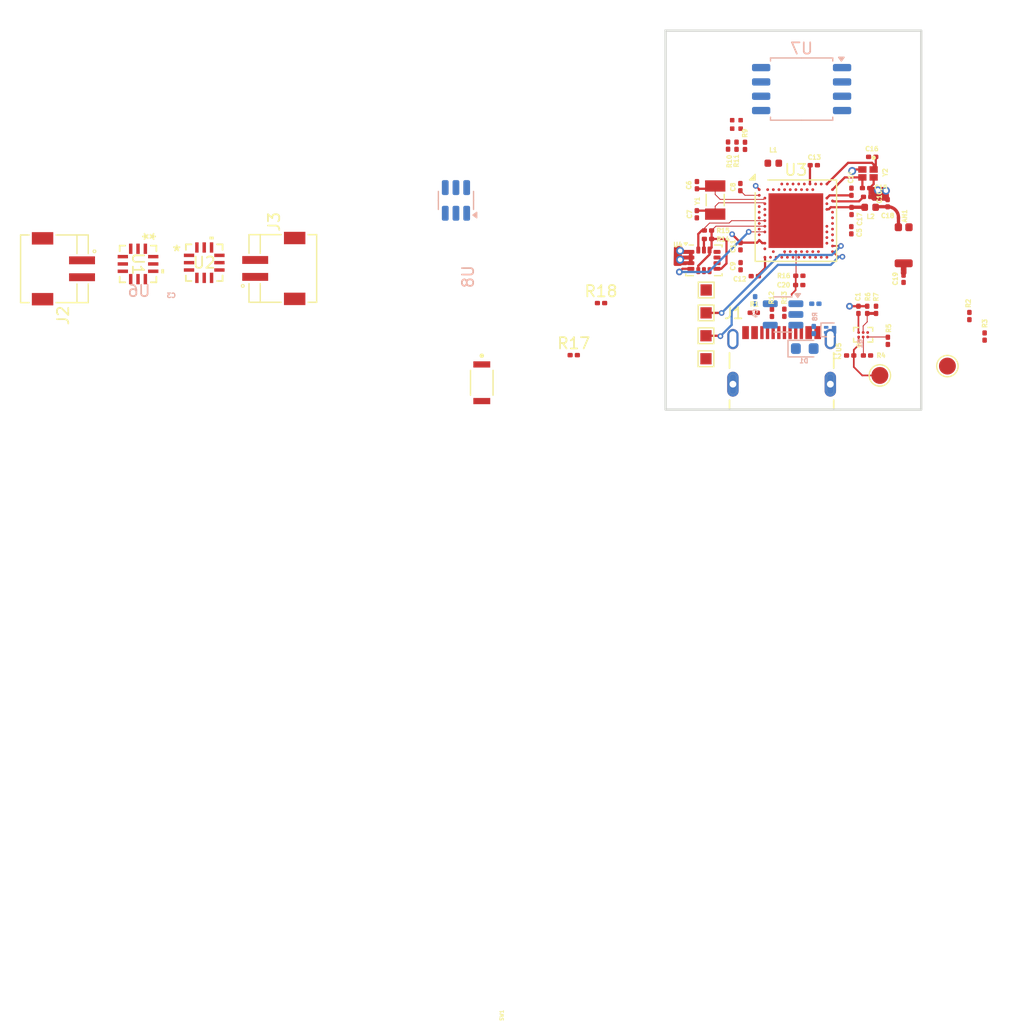
<source format=kicad_pcb>
(kicad_pcb (version 20241229) (generator "pcbnew") (generator_version "9.0")
  (layers (0 "F.Cu" signal) (4 "In1.Cu" signal) (6 "In2.Cu" signal) (2 "B.Cu" signal) (13 "F.Paste" user) (15 "B.Paste" user) (5 "F.SilkS" user "F.Silkscreen") (7 "B.SilkS" user "B.Silkscreen") (1 "F.Mask" user) (3 "B.Mask" user) (25 "Edge.Cuts" user))
  (net 0 "")
  (net 1 "GND")
  (net 2 "/VBUS")
  (net 3 "/VBAT")
  (net 4 "Net-(D1-K)")
  (net 5 "/3V3")
  (net 6 "Net-(U3-DEC5)")
  (net 7 "Net-(U3-XL1{slash}P0.00)")
  (net 8 "Net-(U3-XL2{slash}P0.01)")
  (net 9 "Net-(U3-DEC1)")
  (net 10 "Net-(U3-DECUSB)")
  (net 11 "/DEC4-6")
  (net 12 "Net-(U3-DEC2)")
  (net 13 "Net-(U3-DEC3)")
  (net 14 "Net-(U3-XC1)")
  (net 15 "Net-(U3-XC2)")
  (net 16 "Net-(U3-ANT)")
  (net 17 "Net-(AN1-S)")
  (net 18 "Net-(AN1-Pad3)")
  (net 19 "/RESET")
  (net 20 "Net-(LED1-PadG-)")
  (net 21 "Net-(LED1-PadR-)")
  (net 22 "Net-(LED1-PadB-)")
  (net 25 "/USB_D+")
  (net 26 "/USB_D-")
  (net 28 "Net-(J1-CC1)")
  (net 33 "Net-(J2-Pin_1)")
  (net 34 "Net-(J2-Pin_2)")
  (net 35 "Net-(J3-Pin_1)")
  (net 36 "Net-(J3-Pin_2)")
  (net 37 "Net-(U3-DCC)")
  (net 38 "/P0.31_AIN7_BAT")
  (net 39 "/P0.14_~{READ_BAT}")
  (net 40 "/{slash}CE")
  (net 41 "/P0.17_~{CHG}")
  (net 42 "Net-(U5-ISET)")
  (net 43 "/P0.13_HICHG")
  (net 44 "/P0.26_USER_BLUE")
  (net 45 "/P0.28_USER_GREEN")
  (net 46 "Net-(U3-D-)")
  (net 47 "Net-(U3-D+)")
  (net 48 "/INTERNAL_I2C_SCL")
  (net 49 "/6D_PWR")
  (net 50 "/INTERNAL_I2C_SDA")
  (net 51 "/P1.00_HD_CLK")
  (net 52 "/P0.16_HD_DATA")
  (net 53 "/SWDCLK")
  (net 54 "/SWDIO")
  (net 55 "/P0.03_da7281_pwm_1")
  (net 56 "/HAP_VDD")
  (net 57 "/P0.12_da7281_IRQ_1")
  (net 58 "/P0.12_da7281_IRQ_2")
  (net 59 "/P0.04_da7281_pwm_2")
  (net 64 "/6D_INT1")
  (net 71 "/P1.07_HAP_PWR_EN")
  (net 74 "/P0.22_QSPI_SIO_2")
  (net 76 "/P0.21_QSPI_SCK")
  (net 80 "/P0.25_QSPI_CSN")
  (net 87 "/P0.24_QSPI_SIO_1")
  (net 88 "/P0.23_QSPI_SIO_3")
  (net 89 "/P0.20_QSPI_SIO_0")
  (footprint "Capacitor_SMD:C_0201_0603Metric" (layer "F.Cu") (at 113.19 101.31 90)
    (property "Reference" "C17")
    (property "Value" "0.5p" (hide yes))
  )
  (footprint "TestPoint:TestPoint_Pad_1.0x1.0mm" (layer "F.Cu") (at 100.28 114.42)
    (property "Reference" "TP3" (hide yes))
    (property "Value" "TestPoint" (hide yes))
  )
  (footprint "TestPoint:TestPoint_Pad_1.0x1.0mm" (layer "F.Cu") (at 100.3 108.32)
    (property "Reference" "TP4" (hide yes))
    (property "Value" "TestPoint" (hide yes))
  )
  (footprint "Resistor_SMD:R_0201_0603Metric" (layer "F.Cu") (at 114.56 114.13 180)
    (property "Reference" "R4")
    (property "Value" "10k" (hide yes))
  )
  (footprint "Arjun_Custom:XTAL_FC-135_32.7680KA-A0" (layer "F.Cu") (at 101.1 100.34 90)
    (property "Reference" "Y1")
    (property "Value" "32.768Khz" (hide yes))
  )
  (footprint "Resistor_SMD:R_0201_0603Metric" (layer "F.Cu") (at 115.36 110.08 -90)
    (property "Reference" "R7")
    (property "Value" "2.7k" (hide yes))
  )
  (footprint "Capacitor_SMD:C_0201_0603Metric" (layer "F.Cu") (at 103.34 104.44 -90)
    (property "Reference" "C11")
    (property "Value" "2.2u" (hide yes))
  )
  (footprint "Arjun_Custom:RGB_LED_P4_1010" (layer "F.Cu") (at 102.88 93.53)
    (property "Reference" "LED1" (hide yes))
    (property "Value" "~" (hide yes))
  )
  (footprint "Capacitor_SMD:C_0201_0603Metric" (layer "F.Cu") (at 103.33 99.19 90)
    (property "Reference" "C8")
    (property "Value" "100n" (hide yes))
  )
  (footprint "Resistor_SMD:R_0201_0603Metric" (layer "F.Cu") (at 100.46 103.04)
    (property "Reference" "R15")
    (property "Value" "10k" (hide yes))
  )
  (footprint "Resistor_SMD:R_0201_0603Metric" (layer "F.Cu") (at 88.555 114.1)
    (property "Reference" "R17")
    (property "Value" "10k")
  )
  (footprint "Resistor_SMD:R_0201_0603Metric" (layer "F.Cu") (at 108.56 107.06 180)
    (property "Reference" "R16")
    (property "Value" "10k" (hide yes))
  )
  (footprint "Capacitor_SMD:C_0201_0603Metric" (layer "F.Cu") (at 104.61 107.09 180)
    (property "Reference" "C12")
    (property "Value" "2.2u" (hide yes))
  )
  (footprint "Capacitor_SMD:C_0201_0603Metric" (layer "F.Cu") (at 113.8 110.08 -90)
    (property "Reference" "C1")
    (property "Value" "2.2u" (hide yes))
  )
  (footprint "Capacitor_SMD:C_0201_0603Metric" (layer "F.Cu") (at 109.8425 97.25)
    (property "Reference" "C13")
    (property "Value" "C" (hide yes))
  )
  (footprint "TestPoint:TestPoint_Pad_D1.5mm" (layer "F.Cu") (at 115.7 115.9)
    (property "Reference" "TP1" (hide yes))
    (property "Value" "BAT0" (hide yes))
  )
  (footprint "Capacitor_SMD:C_0201_0603Metric" (layer "F.Cu") (at 99.48 99.02 -90)
    (property "Reference" "C6")
    (property "Value" "C" (hide yes))
  )
  (footprint "Inductor_SMD:L_0402_1005Metric" (layer "F.Cu") (at 106.25 97.07)
    (property "Reference" "L1")
    (property "Value" "10u" (hide yes))
  )
  (footprint "Resistor_SMD:R_0201_0603Metric" (layer "F.Cu") (at 123.64 110.63 90)
    (property "Reference" "R2")
    (property "Value" "1M_1%" (hide yes))
  )
  (footprint "Resistor_SMD:R_0201_0603Metric" (layer "F.Cu") (at 124.99 112.45 -90)
    (property "Reference" "R3")
    (property "Value" "510k_1%" (hide yes))
  )
  (footprint "Capacitor_SMD:C_0201_0603Metric" (layer "F.Cu") (at 108.55 107.88)
    (property "Reference" "C20")
    (property "Value" "100n" (hide yes))
  )
  (footprint "Capacitor_SMD:C_0201_0603Metric" (layer "F.Cu") (at 113.07 114.13 180)
    (property "Reference" "C2")
    (property "Value" "2.2u" (hide yes))
  )
  (footprint "Arjun_Custom:MOLEX_2171790001" (layer "F.Cu") (at 106.99 115.525)
    (property "Reference" "J1")
    (property "Value" "2171790001" (hide yes))
    (fp_line (start -4.62 1.15) (end -4.62 0.55) (stroke (width 0.01)) (layer "Edge.Cuts"))
    (fp_line (start -4.62 1.75) (end -4.62 1.155) (stroke (width 0.01)) (layer "Edge.Cuts"))
    (fp_line (start -4.02 0.55) (end -4.02 1.75) (stroke (width 0.01)) (layer "Edge.Cuts"))
    (fp_line (start 4.02 1.15) (end 4.02 0.55) (stroke (width 0.01)) (layer "Edge.Cuts"))
    (fp_line (start 4.02 1.75) (end 4.02 1.155) (stroke (width 0.01)) (layer "Edge.Cuts"))
    (fp_line (start 4.62 0.55) (end 4.62 1.75) (stroke (width 0.01)) (layer "Edge.Cuts"))
    (fp_arc (start -4.62 0.55) (mid -4.532132 0.337868) (end -4.32 0.25) (stroke (width 0.01)) (layer "Edge.Cuts"))
    (fp_arc (start -4.32 0.25) (mid -4.107868 0.337868) (end -4.02 0.55) (stroke (width 0.01)) (layer "Edge.Cuts"))
    (fp_arc (start -4.32 2.05) (mid -4.532132 1.962132) (end -4.62 1.75) (stroke (width 0.01)) (layer "Edge.Cuts"))
    (fp_arc (start -4.02 1.75) (mid -4.107868 1.962132) (end -4.32 2.05) (stroke (width 0.01)) (layer "Edge.Cuts"))
    (fp_arc (start 4.02 0.55) (mid 4.107868 0.337868) (end 4.32 0.25) (stroke (width 0.01)) (layer "Edge.Cuts"))
    (fp_arc (start 4.32 0.25) (mid 4.532132 0.337868) (end 4.62 0.55) (stroke (width 0.01)) (layer "Edge.Cuts"))
    (fp_arc (start 4.32 2.05) (mid 4.107868 1.962132) (end 4.02 1.75) (stroke (width 0.01)) (layer "Edge.Cuts"))
    (fp_arc (start 4.62 1.75) (mid 4.532132 1.962132) (end 4.32 2.05) (stroke (width 0.01)) (layer "Edge.Cuts"))
  )
  (footprint "TestPoint:TestPoint_Pad_D1.5mm" (layer "F.Cu") (at 121.69 115.07)
    (property "Reference" "TP2" (hide yes))
    (property "Value" "GND1")
  )
  (footprint "Capacitor_SMD:C_0201_0603Metric" (layer "F.Cu") (at 103.35 106.21 -90)
    (property "Reference" "C9")
    (property "Value" "C" (hide yes))
  )
  (footprint "Capacitor_SMD:C_0201_0603Metric" (layer "F.Cu") (at 99.47 101.6 90)
    (property "Reference" "C7")
    (property "Value" "C" (hide yes))
  )
  (footprint "Arjun_Custom:JST_S2B-ZR-SM4A-TF" (layer "F.Cu") (at 60.307599 106.4076 -90)
    (property "Reference" "J3")
    (property "Value" "Conn_01x02_Socket" (hide yes))
  )
  (footprint "Resistor_SMD:R_0201_0603Metric" (layer "F.Cu") (at 114.58 110.08 -90)
    (property "Reference" "R6")
    (property "Value" "2.7k" (hide yes))
  )
  (footprint "Arjun_Custom:SW_EVP-AWED4A" (layer "F.Cu") (at 80.4 116.55 -90)
    (property "Reference" "SW1")
    (property "Value" "SW_SPST")
  )
  (footprint "Capacitor_SMD:C_0201_0603Metric" (layer "F.Cu") (at 116.39 100.62 -90)
    (property "Reference" "C18")
    (property "Value" "0.5p" (hide yes))
  )
  (footprint "Package_LGA:LGA-14_3x2.5mm_P0.5mm_LayoutBorder3x4y" (layer "F.Cu") (at 100.1 105.69)
    (property "Reference" "U4")
    (property "Value" "LSM6DS3TR-C" (hide yes))
  )
  (footprint "Package_DFN_QFN:Nordic_AQFN-73-1EP_7x7mm_P0.5mm" (layer "F.Cu") (at 108.2525 102.1675)
    (property "Reference" "U3")
    (property "Value" "nRF52840" (hide yes))
  )
  (footprint "Resistor_SMD:R_0201_0603Metric" (layer "F.Cu") (at 100.46 103.79)
    (property "Reference" "R14")
    (property "Value" "10k" (hide yes))
  )
  (footprint "TestPoint:TestPoint_Pad_1.0x1.0mm" (layer "F.Cu") (at 100.29 110.35)
    (property "Reference" "TP5" (hide yes))
    (property "Value" "TestPoint" (hide yes))
  )
  (footprint "Arjun_Custom:DA7281-00FV2_DIL" (layer "F.Cu") (at 49.9176 106.01 -90)
    (property "Reference" "U1")
    (property "Value" "DA7281-00FV2" (hide yes))
  )
  (footprint "Arjun_Custom:XTAL_ABM12W-40.0000MHZ-6-D1X-T3" (layer "F.Cu") (at 114.65 97.98 -90)
    (property "Reference" "Y2")
    (property "Value" "~")
  )
  (footprint "Resistor_SMD:R_0201_0603Metric" (layer "F.Cu") (at 116.41 112.83 90)
    (property "Reference" "R5")
    (property "Value" "R" (hide yes))
  )
  (footprint "Resistor_SMD:R_0201_0603Metric" (layer "F.Cu") (at 102.99 95.52 90)
    (property "Reference" "R11")
    (property "Value" "2.2k" (hide yes))
  )
  (footprint "Resistor_SMD:R_0201_0603Metric" (layer "F.Cu") (at 104.52 110.34)
    (property "Reference" "R1")
    (property "Value" "5k1" (hide yes))
  )
  (footprint "Capacitor_SMD:C_0201_0603Metric" (layer "F.Cu") (at 117.8025 107.3275 90)
    (property "Reference" "C19")
    (property "Value" "1n" (hide yes))
  )
  (footprint "Arjun_Custom:DA7281-00FV2_DIL" (layer "F.Cu") (at 55.787599 105.8965)
    (property "Reference" "U2")
    (property "Value" "DA7281-00FV2" (hide yes))
  )
  (footprint "Resistor_SMD:R_0201_0603Metric" (layer "F.Cu") (at 103.74 95.53 90)
    (property "Reference" "R9")
    (property "Value" "2.2k" (hide yes))
  )
  (footprint "Capacitor_SMD:C_0201_0603Metric" (layer "F.Cu") (at 114.475 99.28)
    (property "Reference" "C15")
    (property "Value" "C" (hide yes))
  )
  (footprint "Capacitor_SMD:C_0201_0603Metric" (layer "F.Cu") (at 114.57 100.06)
    (property "Reference" "C10")
    (property "Value" "2.2u" (hide yes))
  )
  (footprint "Arjun_Custom:JST_S2B-ZR-SM4A-TF" (layer "F.Cu") (at 44.952599 106.4376 90)
    (property "Reference" "J2")
    (property "Value" "Conn_01x02_Socket" (hide yes))
  )
  (footprint "TestPoint:TestPoint_Pad_1.0x1.0mm" (layer "F.Cu") (at 100.28 112.38)
    (property "Reference" "TP6" (hide yes))
    (property "Value" "TestPoint" (hide yes))
  )
  (footprint "Inductor_SMD:L_0402_1005Metric" (layer "F.Cu") (at 114.841419 100.983581 180)
    (property "Reference" "L2")
    (property "Value" "4.7n" (hide yes))
  )
  (footprint "Resistor_SMD:R_0201_0603Metric" (layer "F.Cu") (at 102.24 95.51 90)
    (property "Reference" "R10")
    (property "Value" "2.2k" (hide yes))
  )
  (footprint "Capacitor_SMD:C_0201_0603Metric" (layer "F.Cu") (at 113.18 99.605 90)
    (property "Reference" "C14")
    (property "Value" "100p" (hide yes))
  )
  (footprint "Resistor_SMD:R_0201_0603Metric" (layer "F.Cu") (at 90.975 109.48)
    (property "Reference" "R18")
    (property "Value" "10k")
  )
  (footprint "Arjun_Custom:Ant" (layer "F.Cu") (at 117.711419 104.153581)
    (property "Reference" "AN1")
    (property "Value" "~" (hide yes))
  )
  (footprint "Arjun_Custom:BGA6N40P3X2_157X88X50N" (layer "F.Cu") (at 114.22 112.29 90)
    (property "Reference" "U5")
    (property "Value" "BQ25100YFPR" (hide yes))
  )
  (footprint "Capacitor_SMD:C_0201_0603Metric" (layer "F.Cu") (at 115.02 96.51 180)
    (property "Reference" "C16")
    (property "Value" "C" (hide yes))
  )
  (footprint "Capacitor_SMD:C_0201_0603Metric" (layer "F.Cu") (at 113.17 103.02 -90)
    (property "Reference" "C5")
    (property "Value" "820p" (hide yes))
  )
  (footprint "Resistor_SMD:R_0201_0603Metric" (layer "F.Cu") (at 106.13 110.35 90)
    (property "Reference" "R12")
    (property "Value" "33R" (hide yes))
  )
  (footprint "Resistor_SMD:R_0201_0603Metric" (layer "F.Cu") (at 107.23 110.34 90)
    (property "Reference" "R13")
    (property "Value" "33R" (hide yes))
  )
  (footprint "Capacitor_SMD:C_0201_0603Metric" (layer "B.Cu") (at 109.98 109.54 180)
    (property "Reference" "C3")
    (property "Value" "2.2u" (hide yes))
  )
  (footprint "Package_TO_SOT_SMD:SOT-23-6" (layer "B.Cu") (at 78.11 100.3725 90)
    (property "Reference" "U8")
    (property "Value" "TPS22929D" (hide yes))
  )
  (footprint "Diode_SMD:D_0603_1608Metric" (layer "B.Cu") (at 109.04 113.52)
    (property "Reference" "D1")
    (property "Value" "D" (hide yes))
  )
  (footprint "Resistor_SMD:R_0201_0603Metric" (layer "B.Cu") (at 109.84 111.87 -90)
    (property "Reference" "R8")
    (property "Value" "R" (hide yes))
  )
  (footprint "Package_TO_SOT_SMD:SOT-883" (layer "B.Cu") (at 111.29 111.855)
    (property "Reference" "Q1")
    (property "Value" "PMOS" (hide yes))
  )
  (footprint "Package_TO_SOT_SMD:SOT-23-5" (layer "B.Cu") (at 107.1175 110.49 180)
    (property "Reference" "U6")
    (property "Value" "TLV73333PDBV" (hide yes))
  )
  (footprint "Package_SO:SOIC-8_5.3x5.3mm_P1.27mm" (layer "B.Cu") (at 108.7625 90.495 180)
    (property "Reference" "U7")
    (property "Value" "W25Q32JVSS" (hide yes))
  )
  (footprint "Capacitor_SMD:C_0201_0603Metric" (layer "B.Cu") (at 104.64 109.23 -90)
    (property "Reference" "C4")
    (property "Value" "2.2u" (hide yes))
  )
  (gr_rect (start 96.7 85.31) (end 119.37 118.93) (stroke (width 0.2)) (fill no) (layer "Edge.Cuts"))
  (segment (start 116.33 100.03) (end 115.92 99.62) (width 0.2) (layer "F.Cu") (net 1))
  (segment (start 115.59 100.3) (end 115.59 100.17) (width 0.2) (layer "F.Cu") (net 1))
  (segment (start 114.795 99.605) (end 115.25 100.06) (width 0.2) (layer "F.Cu") (net 1))
  (segment (start 115.48 100.06) (end 115.575 99.965) (width 0.2) (layer "F.Cu") (net 1))
  (segment (start 116.015 99.525) (end 116.26 99.28) (width 0.2) (layer "F.Cu") (net 1))
  (segment (start 114.89 99.28) (end 115.575 99.965) (width 0.2) (layer "F.Cu") (net 1))
  (segment (start 116.38 100.3) (end 116.075 99.995) (width 0.2) (layer "F.Cu") (net 1))
  (segment (start 114.795 99.28) (end 115.17 99.28) (width 0.2) (layer "F.Cu") (net 1))
  (segment (start 114.58 109.76) (end 113.8 109.76) (width 0.2) (layer "F.Cu") (net 1))
  (segment (start 114.795 99.28) (end 115.6 99.28) (width 0.2) (layer "F.Cu") (net 1))
  (segment (start 116.39 99.32) (end 116.35 99.28) (width 0.2) (layer "F.Cu") (net 1))
  (segment (start 114.795 99.375) (end 115.48 100.06) (width 0.2) (layer "F.Cu") (net 1))
  (segment (start 114.795 99.28) (end 114.795 99.605) (width 0.2) (layer "F.Cu") (net 1))
  (segment (start 113.48 97.63) (end 113.37 97.74) (width 0.2) (layer "F.Cu") (net 1))
  (segment (start 114.89 100.06) (end 115.39 100.06) (width 0.2) (layer "F.Cu") (net 1))
  (segment (start 115.77 100.16) (end 115.575 99.965) (width 0.2) (layer "F.Cu") (net 1))
  (segment (start 116.39 100.3) (end 116.39 99.32) (width 0.2) (layer "F.Cu") (net 1))
  (segment (start 114.795 99.28) (end 114.795 99.965) (width 0.2) (layer "F.Cu") (net 1))
  (segment (start 115.48 100.06) (end 115.25 100.06) (width 0.2) (layer "F.Cu") (net 1))
  (segment (start 115.15 98.925) (end 114.795 99.28) (width 0.2) (layer "F.Cu") (net 1))
  (segment (start 115.77 100.3) (end 115.77 100.16) (width 0.2) (layer "F.Cu") (net 1))
  (segment (start 115.87 99.28) (end 115.87 99.38) (width 0.2) (layer "F.Cu") (net 1))
  (segment (start 116.17 100.3) (end 115.77 100.3) (width 0.2) (layer "F.Cu") (net 1))
  (segment (start 115.13 100.3) (end 115.07 100.24) (width 0.2) (layer "F.Cu") (net 1))
  (segment (start 115.77 100.3) (end 115.59 100.3) (width 0.2) (layer "F.Cu") (net 1))
  (segment (start 114.795 99.28) (end 114.89 99.28) (width 0.2) (layer "F.Cu") (net 1))
  (segment (start 116.17 100.3) (end 115.88 100.01) (width 0.2) (layer "F.Cu") (net 1))
  (segment (start 115.87 99.38) (end 116.015 99.525) (width 0.2) (layer "F.Cu") (net 1))
  (segment (start 115.16 100.15) (end 115.07 100.24) (width 0.2) (layer "F.Cu") (net 1))
  (segment (start 114.795 99.28) (end 114.795 99.375) (width 0.2) (layer "F.Cu") (net 1))
  (segment (start 115.17 99.28) (end 115.715 99.825) (width 0.2) (layer "F.Cu") (net 1))
  (segment (start 116.39 99.86) (end 116.14 99.61) (width 0.2) (layer "F.Cu") (net 1))
  (segment (start 116.39 100.3) (end 116.38 100.3) (width 0.2) (layer "F.Cu") (net 1))
  (segment (start 115.77 100.3) (end 115.77 99.88) (width 0.2) (layer "F.Cu") (net 1))
  (segment (start 115.15 98.33) (end 115.15 98.925) (width 0.2) (layer "F.Cu") (net 1))
  (segment (start 115.4 100.3) (end 115.25 100.15) (width 0.2) (layer "F.Cu") (net 1))
  (segment (start 115.575 99.965) (end 115.715 99.825) (width 0.2) (layer "F.Cu") (net 1))
  (segment (start 115.59 100.3) (end 115.4 100.3) (width 0.2) (layer "F.Cu") (net 1))
  (segment (start 115.6 99.28) (end 115.87 99.28) (width 0.2) (layer "F.Cu") (net 1))
  (segment (start 115.715 99.825) (end 115.92 99.62) (width 0.2) (layer "F.Cu") (net 1))
  (segment (start 115.4 100.07) (end 115.39 100.06) (width 0.2) (layer "F.Cu") (net 1))
  (segment (start 115.77 99.88) (end 115.715 99.825) (width 0.2) (layer "F.Cu") (net 1))
  (segment (start 115.39 100.06) (end 115.48 100.06) (width 0.2) (layer "F.Cu") (net 1))
  (segment (start 116.075 99.995) (end 115.36 99.28) (width 0.2) (layer "F.Cu") (net 1))
  (segment (start 115.4 100.3) (end 115.13 100.3) (width 0.2) (layer "F.Cu") (net 1))
  (segment (start 115.07 100.24) (end 114.89 100.06) (width 0.2) (layer "F.Cu") (net 1))
  (segment (start 115.87 99.28) (end 116.26 99.28) (width 0.2) (layer "F.Cu") (net 1))
  (segment (start 115.36 99.28) (end 114.795 99.28) (width 0.2) (layer "F.Cu") (net 1))
  (segment (start 116.39 100.3) (end 116.39 100.03) (width 0.2) (layer "F.Cu") (net 1))
  (segment (start 115.6 99.28) (end 115.6 99.3) (width 0.2) (layer "F.Cu") (net 1))
  (segment (start 115.77 100.3) (end 116.075 99.995) (width 0.2) (layer "F.Cu") (net 1))
  (segment (start 116.26 99.28) (end 116.26 99.55) (width 0.2) (layer "F.Cu") (net 1))
  (segment (start 115.25 100.15) (end 115.16 100.15) (width 0.2) (layer "F.Cu") (net 1))
  (segment (start 115.59 100.17) (end 115.48 100.06) (width 0.2) (layer "F.Cu") (net 1))
  (segment (start 114.15 97.63) (end 113.48 97.63) (width 0.2) (layer "F.Cu") (net 1))
  (segment (start 116.39 100.03) (end 116.33 100.03) (width 0.2) (layer "F.Cu") (net 1))
  (segment (start 115.25 100.06) (end 115.16 100.15) (width 0.2) (layer "F.Cu") (net 1))
  (segment (start 115.4 100.3) (end 115.4 100.07) (width 0.2) (layer "F.Cu") (net 1))
  (segment (start 116.39 100.3) (end 116.17 100.3) (width 0.2) (layer "F.Cu") (net 1))
  (segment (start 114.795 99.965) (end 114.89 100.06) (width 0.2) (layer "F.Cu") (net 1))
  (segment (start 115.88 100) (end 115.88 100.01) (width 0.2) (layer "F.Cu") (net 1))
  (segment (start 113.8 109.76) (end 113.01 109.76) (width 0.2) (layer "F.Cu") (net 1))
  (segment (start 115.92 99.62) (end 116.015 99.525) (width 0.2) (layer "F.Cu") (net 1))
  (segment (start 116.39 100.03) (end 116.39 99.86) (width 0.2) (layer "F.Cu") (net 1))
  (segment (start 115.6 99.3) (end 115.92 99.62) (width 0.2) (layer "F.Cu") (net 1))
  (segment (start 116.26 99.28) (end 116.35 99.28) (width 0.2) (layer "F.Cu") (net 1))
  (via (at 97.99 104.84) (size 0.7) (drill 0.4) (layers "F.Cu" "B.Cu") (net 1))
  (via (at 115.53 99.47) (size 0.7) (drill 0.4) (layers "F.Cu" "B.Cu") (net 1))
  (via (at 97.99 105.63) (size 0.7) (drill 0.4) (layers "F.Cu" "B.Cu") (net 1))
  (via (at 113.01 109.76) (size 0.6) (drill 0.3) (layers "F.Cu" "B.Cu") (net 1))
  (via (at 113.25 97.76) (size 0.7) (drill 0.4) (layers "F.Cu" "B.Cu") (net 1))
  (via (at 97.99 105.63) (size 0.7) (drill 0.4) (layers "F.Cu" "B.Cu") (net 1))
  (via (at 116.24 99.51) (size 0.7) (drill 0.4) (layers "F.Cu" "B.Cu") (net 1))
  (segment (start 113.8 112.07) (end 113.82 112.09) (width 0.0762) (layer "F.Cu") (net 2))
  (segment (start 113.8 110.4) (end 113.8 112.07) (width 0.1524) (layer "F.Cu") (net 2))
  (segment (start 105.52 106.38) (end 105.52 105.41) (width 0.2) (layer "F.Cu") (net 2))
  (segment (start 104.93 106.97) (end 105.52 106.38) (width 0.2) (layer "F.Cu") (net 2))
  (segment (start 104.93 107.09) (end 104.93 106.97) (width 0.2) (layer "F.Cu") (net 2))
  (segment (start 114.15 115.91) (end 114.16 115.9) (width 0.1524) (layer "F.Cu") (net 3))
  (segment (start 113.39 114.13) (end 113.39 115.15) (width 0.1524) (layer "F.Cu") (net 3))
  (segment (start 113.82 113.2) (end 113.82 112.93) (width 0.1524) (layer "F.Cu") (net 3))
  (segment (start 114.16 115.9) (end 115.7 115.9) (width 0.1524) (layer "F.Cu") (net 3))
  (segment (start 113.39 115.15) (end 114.15 115.91) (width 0.1524) (layer "F.Cu") (net 3))
  (segment (start 113.82 112.93) (end 113.8178 112.9278) (width 0.1524) (layer "F.Cu") (net 3))
  (segment (start 113.39 113.63) (end 113.82 113.2) (width 0.1524) (layer "F.Cu") (net 3))
  (segment (start 113.39 114.13) (end 113.39 113.63) (width 0.1524) (layer "F.Cu") (net 3))
  (segment (start 113.8178 112.9278) (end 113.8178 112.4922) (width 0.1524) (layer "F.Cu") (net 3))
  (segment (start 104.81 104.12) (end 105.02 103.91) (width 0.2) (layer "F.Cu") (net 5))
  (segment (start 103.34 104.12) (end 104.81 104.12) (width 0.2) (layer "F.Cu") (net 5))
  (segment (start 105.02 103.91) (end 105.27 104.16) (width 0.2) (layer "F.Cu") (net 5))
  (segment (start 105.02 99.41) (end 104.71 99.1) (width 0.1524) (layer "F.Cu") (net 5))
  (segment (start 104.71 99.1) (end 104.7 99.1) (width 0.1524) (layer "F.Cu") (net 5))
  (segment (start 102.64 103.42) (end 102.64 103.41) (width 0.2) (layer "F.Cu") (net 5))
  (segment (start 103.34 104.12) (end 102.64 103.42) (width 0.2) (layer "F.Cu") (net 5))
  (segment (start 105.27 104.16) (end 105.494 104.16) (width 0.2) (layer "F.Cu") (net 5))
  (via (at 104.69 99.08) (size 0.5) (drill 0.25) (layers "F.Cu" "B.Cu") (net 5))
  (via (at 102.6 103.37) (size 0.5) (drill 0.25) (layers "F.Cu" "B.Cu") (net 5))
  (segment (start 101.5366 100.2816) (end 105.3884 100.2816) (width 0.0762) (layer "F.Cu") (net 7))
  (segment (start 100.285 99.03) (end 100.3725 99.1175) (width 0.0762) (layer "F.Cu") (net 7))
  (segment (start 99.48 99.34) (end 100.85 99.34) (width 0.2) (layer "F.Cu") (net 7))
  (segment (start 105.3884 100.2816) (end 105.5025 100.1675) (width 0.0762) (layer "F.Cu") (net 7))
  (segment (start 101.1 99.845) (end 101.1 99.09) (width 0.0762) (layer "F.Cu") (net 7))
  (segment (start 101.5366 100.2816) (end 101.1 99.845) (width 0.0762) (layer "F.Cu") (net 7))
  (segment (start 100.85 99.34) (end 101.1 99.09) (width 0.2) (layer "F.Cu") (net 7))
  (segment (start 105.415 100.58) (end 105.5025 100.6675) (width 0.0762) (layer "F.Cu") (net 8))
  (segment (start 101.1 101.59) (end 101.1 100.89) (width 0.0762) (layer "F.Cu") (net 8))
  (segment (start 101.1 100.89) (end 101.41 100.58) (width 0.0762) (layer "F.Cu") (net 8))
  (segment (start 99.47 101.28) (end 100.79 101.28) (width 0.2) (layer "F.Cu") (net 8))
  (segment (start 100.79 101.28) (end 101.1 101.59) (width 0.2) (layer "F.Cu") (net 8))
  (segment (start 101.41 100.58) (end 105.415 100.58) (width 0.0762) (layer "F.Cu") (net 8))
  (segment (start 100.36 101.63) (end 100.3725 101.6175) (width 0.0762) (layer "F.Cu") (net 8))
  (segment (start 103.7375 99.9175) (end 103.33 99.51) (width 0.0762) (layer "F.Cu") (net 9))
  (segment (start 105.0025 99.9175) (end 103.7375 99.9175) (width 0.0762) (layer "F.Cu") (net 9))
  (segment (start 113.854 100.456) (end 114.25 100.06) (width 0.2) (layer "F.Cu") (net 11))
  (segment (start 111.5025 100.4175) (end 111.541 100.456) (width 0.2) (layer "F.Cu") (net 11))
  (segment (start 111.541 100.456) (end 113.854 100.456) (width 0.2) (layer "F.Cu") (net 11))
  (segment (start 109.5025 98.9175) (end 109.5025 97.27) (width 0.2) (layer "F.Cu") (net 12))
  (segment (start 109.5025 97.27) (end 109.5225 97.25) (width 0.2) (layer "F.Cu") (net 12))
  (segment (start 111.245 99.925) (end 113.18 99.925) (width 0.2) (layer "F.Cu") (net 13))
  (segment (start 111.0025 100.1675) (end 111.245 99.925) (width 0.2) (layer "F.Cu") (net 13))
  (segment (start 112.59 98.33) (end 114.15 98.33) (width 0.2) (layer "F.Cu") (net 14))
  (segment (start 111.5025 99.4175) (end 112.59 98.33) (width 0.2) (layer "F.Cu") (net 14))
  (segment (start 114.15 99.275) (end 114.155 99.28) (width 0.2) (layer "F.Cu") (net 14))
  (segment (start 114.15 98.33) (end 114.15 99.275) (width 0.2) (layer "F.Cu") (net 14))
  (segment (start 111.0025 98.9175) (end 112.881 97.039) (width 0.2) (layer "F.Cu") (net 15))
  (segment (start 115.34 97.44) (end 115.34 96.51) (width 0.2) (layer "F.Cu") (net 15))
  (segment (start 115.009 97.039) (end 115.16 97.19) (width 0.2) (layer "F.Cu") (net 15))
  (segment (start 112.881 97.039) (end 115.009 97.039) (width 0.2) (layer "F.Cu") (net 15))
  (segment (start 115.15 97.63) (end 115.34 97.44) (width 0.2) (layer "F.Cu") (net 15))
  (segment (start 115.16 97.62) (end 115.15 97.63) (width 0.2) (layer "F.Cu") (net 15))
  (segment (start 115.16 97.19) (end 115.16 97.62) (width 0.2) (layer "F.Cu") (net 15))
  (segment (start 111.167545 101.16) (end 111.350045 100.9775) (width 0.2) (layer "F.Cu") (net 16))
  (segment (start 114.350338 100.9775) (end 114.356419 100.983581) (width 0.2) (layer "F.Cu") (net 16))
  (segment (start 113.3325 100.9775) (end 114.350338 100.9775) (width 0.293368) (layer "F.Cu") (net 16))
  (segment (start 111.02 101.16) (end 111.167545 101.16) (width 0.2) (layer "F.Cu") (net 16))
  (segment (start 111.350045 100.9775) (end 113.3325 100.9775) (width 0.2) (layer "F.Cu") (net 16))
  (segment (start 116.402141 100.931419) (end 115.378581 100.931419) (width 0.293368) (layer "F.Cu") (net 17))
  (segment (start 115.378581 100.931419) (end 115.326419 100.983581) (width 0.293368) (layer "F.Cu") (net 17))
  (segment (start 117.351419 101.880697) (end 117.351419 101.95) (width 0.293368) (layer "F.Cu") (net 17))
  (segment (start 117.351419 101.95) (end 117.351419 102.653744) (width 0.293368) (layer "F.Cu") (net 17))
  (arc (start 116.402141 100.931419) (mid 117.073382 101.209456) (end 117.351419 101.880697) (width 0.293368) (layer "F.Cu") (net 17))
  (segment (start 117.8075 105.9575) (end 117.811419 105.953581) (width 0.2) (layer "F.Cu") (net 18))
  (segment (start 108.23 108.34) (end 108.23 107.88) (width 0.1524) (layer "F.Cu") (net 19))
  (segment (start 108.27 104.91) (end 108.27 107.03) (width 0.0762) (layer "F.Cu") (net 19))
  (segment (start 108.27 107.03) (end 108.24 107.06) (width 0.0762) (layer "F.Cu") (net 19))
  (segment (start 107.88 108.765) (end 107.88 108.69) (width 0.1524) (layer "F.Cu") (net 19))
  (segment (start 108.24 107.87) (end 108.23 107.88) (width 0.1524) (layer "F.Cu") (net 19))
  (segment (start 107.88 108.69) (end 108.23 108.34) (width 0.1524) (layer "F.Cu") (net 19))
  (segment (start 108.24 107.06) (end 108.24 107.87) (width 0.1524) (layer "F.Cu") (net 19))
  (segment (start 107.27 104.91) (end 107.27 105.074374) (width 0.0762) (layer "F.Cu") (net 39))
  (segment (start 114.24 112.56) (end 114.24 114.13) (width 0.0762) (layer "F.Cu") (net 40))
  (segment (start 114.22 112.54) (end 114.24 112.56) (width 0.0762) (layer "F.Cu") (net 40))
  (segment (start 114.22 112.49) (end 114.22 112.54) (width 0.0762) (layer "F.Cu") (net 40))
  (segment (start 116.39 112.49) (end 116.41 112.51) (width 0.0762) (layer "F.Cu") (net 41))
  (segment (start 114.62 112.49) (end 116.39 112.49) (width 0.0762) (layer "F.Cu") (net 41))
  (segment (start 114.22 111.51) (end 114.59 111.14) (width 0.0762) (layer "F.Cu") (net 42))
  (segment (start 114.59 111.14) (end 114.58 111.13) (width 0.0762) (layer "F.Cu") (net 42))
  (segment (start 114.22 112.09) (end 114.22 111.51) (width 0.0762) (layer "F.Cu") (net 42))
  (segment (start 114.58 111.13) (end 114.58 110.4) (width 0.0762) (layer "F.Cu") (net 42))
  (segment (start 114.58 110.4) (end 115.36 110.4) (width 0.256) (layer "F.Cu") (net 42))
  (segment (start 106.52 105.41) (end 106.48 105.45) (width 0.1524) (layer "F.Cu") (net 47))
  (segment (start 100.1 103.83) (end 100.14 103.79) (width 0.2) (layer "F.Cu") (net 48))
  (segment (start 100.1 104.7775) (end 100.1 103.83) (width 0.2) (layer "F.Cu") (net 48))
  (segment (start 100.6 104.7775) (end 100.6 104.738152) (width 0.2) (layer "F.Cu") (net 49))
  (segment (start 100.6 105.17) (end 100.6 104.7775) (width 0.2) (layer "F.Cu") (net 49))
  (segment (start 101.89 103.78) (end 101.88 103.79) (width 0.2) (layer "F.Cu") (net 49))
  (segment (start 102.1 105.966848) (end 102.1 103.99) (width 0.2) (layer "F.Cu") (net 49))
  (segment (start 100.6 104.738152) (end 100.78 104.558152) (width 0.2) (layer "F.Cu") (net 49))
  (segment (start 101.2625 106.44) (end 101.626848 106.44) (width 0.2) (layer "F.Cu") (net 49))
  (segment (start 99.6 106.17) (end 100.6 105.17) (width 0.2) (layer "F.Cu") (net 49))
  (segment (start 100.78 103.04) (end 100.78 103.79) (width 0.2) (layer "F.Cu") (net 49))
  (segment (start 101.16 102.66) (end 100.78 103.04) (width 0.0762) (layer "F.Cu") (net 49))
  (segment (start 100.78 104.558152) (end 100.78 103.79) (width 0.2) (layer "F.Cu") (net 49))
  (segment (start 102.1 103.99) (end 101.89 103.78) (width 0.2) (layer "F.Cu") (net 49))
  (segment (start 99.6 106.6025) (end 99.6 106.17) (width 0.2) (layer "F.Cu") (net 49))
  (segment (start 105.52 102.66) (end 101.16 102.66) (width 0.0762) (layer "F.Cu") (net 49))
  (segment (start 101.626848 106.44) (end 102.1 105.966848) (width 0.2) (layer "F.Cu") (net 49))
  (segment (start 101.88 103.79) (end 100.78 103.79) (width 0.2) (layer "F.Cu") (net 49))
  (segment (start 100.14 102.840001) (end 100.14 103.04) (width 0.0762) (layer "F.Cu") (net 50))
  (segment (start 99.6 103.350001) (end 99.910001 103.04) (width 0.2) (layer "F.Cu") (net 50))
  (segment (start 105.5025 102.1675) (end 102.5525 102.1675) (width 0.0762) (layer "F.Cu") (net 50))
  (segment (start 99.910001 103.04) (end 100.14 103.04) (width 0.2) (layer "F.Cu") (net 50))
  (segment (start 100.597201 102.3828) (end 100.14 102.840001) (width 0.0762) (layer "F.Cu") (net 50))
  (segment (start 102.5525 102.1675) (end 102.3372 102.3828) (width 0.0762) (layer "F.Cu") (net 50))
  (segment (start 99.6 104.7775) (end 99.6 103.350001) (width 0.2) (layer "F.Cu") (net 50))
  (segment (start 102.3372 102.3828) (end 100.597201 102.3828) (width 0.0762) (layer "F.Cu") (net 50))
  (segment (start 100.29 110.35) (end 101.65 110.35) (width 0.2) (layer "F.Cu") (net 53))
  (segment (start 112.25 104.41) (end 111.52 104.41) (width 0.1524) (layer "F.Cu") (net 53))
  (via (at 112.25 104.41) (size 0.5) (drill 0.25) (layers "F.Cu" "B.Cu") (net 53))
  (via (at 101.67 110.36) (size 0.5) (drill 0.25) (layers "F.Cu" "B.Cu") (net 53))
  (segment (start 111.45 105.21) (end 106.82 105.21) (width 0.2) (layer "B.Cu") (net 53))
  (segment (start 106.82 105.21) (end 101.67 110.36) (width 0.2) (layer "B.Cu") (net 53))
  (segment (start 112.25 104.41) (end 111.45 105.21) (width 0.2) (layer "B.Cu") (net 53))
  (segment (start 100.28 112.38) (end 101.55 112.38) (width 0.2) (layer "F.Cu") (net 54))
  (segment (start 111.96 105.35) (end 111.52 104.91) (width 0.1524) (layer "F.Cu") (net 54))
  (segment (start 112.36 105.35) (end 111.96 105.35) (width 0.1524) (layer "F.Cu") (net 54))
  (segment (start 112.38 105.37) (end 112.36 105.35) (width 0.1524) (layer "F.Cu") (net 54))
  (via (at 112.38 105.37) (size 0.5) (drill 0.25) (layers "F.Cu" "B.Cu") (net 54))
  (via (at 101.56 112.42) (size 0.5) (drill 0.25) (layers "F.Cu" "B.Cu") (net 54))
  (segment (start 106.66013 106.09) (end 102.56 110.19013) (width 0.2) (layer "B.Cu") (net 54))
  (segment (start 112.38 105.37) (end 112.067819 105.37) (width 0.2) (layer "B.Cu") (net 54))
  (segment (start 102.56 111.42) (end 101.56 112.42) (width 0.2) (layer "B.Cu") (net 54))
  (segment (start 102.56 110.19013) (end 102.56 111.42) (width 0.2) (layer "B.Cu") (net 54))
  (segment (start 112.067819 105.37) (end 111.347819 106.09) (width 0.2) (layer "B.Cu") (net 54))
  (segment (start 111.347819 106.09) (end 106.66013 106.09) (width 0.2) (layer "B.Cu") (net 54))
  (segment (start 98.2 106.44) (end 97.92 106.72) (width 0.2) (layer "F.Cu") (net 64))
  (segment (start 105.52 103.16) (end 104.06 103.16) (width 0.0762) (layer "F.Cu") (net 64))
  (segment (start 98.9375 106.44) (end 98.2 106.44) (width 0.2) (layer "F.Cu") (net 64))
  (via (at 104.07 103.16) (size 0.5) (drill 0.25) (layers "F.Cu" "B.Cu") (net 64))
  (via (at 97.92 106.72) (size 0.6) (drill 0.3) (layers "F.Cu" "B.Cu") (net 64))
  (segment (start 97.92 106.72) (end 100.51 106.72) (width 0.2) (layer "B.Cu") (net 64))
  (segment (start 100.51 106.72) (end 104.07 103.16) (width 0.2) (layer "B.Cu") (net 64))
  (zone (net 1) (net_name "GND") (layer "F.Cu") (priority 2) (connect_pads (clearance 0.1)) (min_thickness 0.25) (fill yes (thermal_gap 0.5) (thermal_bridge_width 0.5))
    (polygon (pts (xy 97.82 104.425003) (xy 99.379469 104.415256) (xy 99.379469 106.175003) (xy 97.409704 106.187162) (xy 97.439741 104.425003)))
  )
  (zone (net 18) (net_name "Net-(AN1-Pad3)") (layer "F.Cu") (priority 1) (connect_pads (clearance 0.1)) (min_thickness 0.25) (fill yes (thermal_gap 0.5) (thermal_bridge_width 0.5))
    (polygon (pts (xy 117.9225 107.2175) (xy 117.0125 105.6075) (xy 118.6325 105.5875) (xy 118.6325 107.251651) (xy 117.050391 107.241762) (xy 117.0025 105.5975)))
  )
)
</source>
